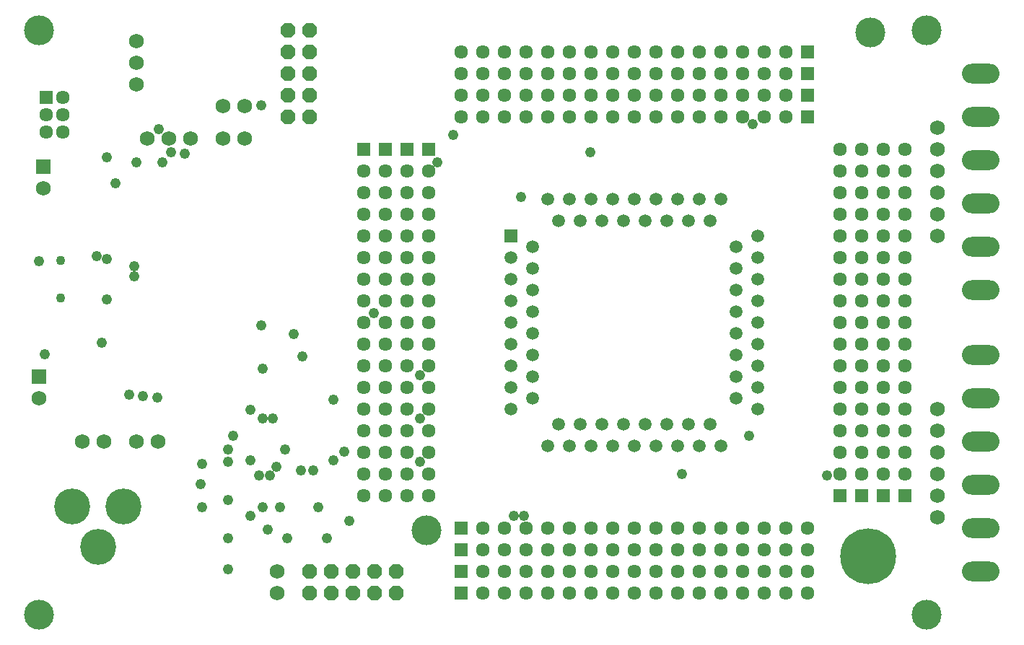
<source format=gbs>
G75*
G70*
%OFA0B0*%
%FSLAX24Y24*%
%IPPOS*%
%LPD*%
%AMOC8*
5,1,8,0,0,1.08239X$1,22.5*
%
%ADD10C,0.1380*%
%ADD11C,0.2580*%
%ADD12R,0.0595X0.0595*%
%ADD13C,0.0595*%
%ADD14R,0.0634X0.0634*%
%ADD15C,0.0634*%
%ADD16C,0.0434*%
%ADD17C,0.1660*%
%ADD18C,0.0680*%
%ADD19O,0.1730X0.0905*%
%ADD20R,0.0680X0.0680*%
%ADD21OC8,0.0680*%
%ADD22C,0.0480*%
D10*
X002514Y001833D03*
X020414Y005733D03*
X043514Y001833D03*
X043514Y028833D03*
X040914Y028733D03*
X002514Y028833D03*
D11*
X040814Y004533D03*
D12*
X024314Y019333D03*
D13*
X025314Y018833D03*
X024314Y018333D03*
X025314Y017833D03*
X024314Y017333D03*
X025314Y016833D03*
X024314Y016333D03*
X025314Y015833D03*
X024314Y015333D03*
X025314Y014833D03*
X024314Y014333D03*
X025314Y013833D03*
X024314Y013333D03*
X025314Y012833D03*
X024314Y012333D03*
X025314Y011833D03*
X024314Y011333D03*
X026514Y010633D03*
X027514Y010633D03*
X028514Y010633D03*
X029514Y010633D03*
X030514Y010633D03*
X031514Y010633D03*
X032514Y010633D03*
X033514Y010633D03*
X033014Y009633D03*
X032014Y009633D03*
X031014Y009633D03*
X030014Y009633D03*
X029014Y009633D03*
X028014Y009633D03*
X027014Y009633D03*
X026014Y009633D03*
X034014Y009633D03*
X035714Y011333D03*
X034714Y011833D03*
X035714Y012333D03*
X034714Y012833D03*
X035714Y013333D03*
X034714Y013833D03*
X035714Y014333D03*
X034714Y014833D03*
X035714Y015333D03*
X034714Y015833D03*
X035714Y016333D03*
X034714Y016833D03*
X035714Y017333D03*
X034714Y017833D03*
X035714Y018333D03*
X034714Y018833D03*
X035714Y019333D03*
X033514Y020033D03*
X032514Y020033D03*
X031514Y020033D03*
X030514Y020033D03*
X029514Y020033D03*
X028514Y020033D03*
X027514Y020033D03*
X026514Y020033D03*
X026014Y021033D03*
X027014Y021033D03*
X028014Y021033D03*
X029014Y021033D03*
X030014Y021033D03*
X031014Y021033D03*
X032014Y021033D03*
X033014Y021033D03*
X034014Y021033D03*
D14*
X038014Y024833D03*
X038014Y025833D03*
X038014Y026833D03*
X038014Y027833D03*
X020514Y023333D03*
X019514Y023333D03*
X018514Y023333D03*
X017514Y023333D03*
X002820Y025720D03*
X022014Y005833D03*
X022014Y004833D03*
X022014Y003833D03*
X022014Y002833D03*
X039514Y007333D03*
X040514Y007333D03*
X041514Y007333D03*
X042514Y007333D03*
D15*
X042514Y008333D03*
X041514Y008333D03*
X040514Y008333D03*
X039514Y008333D03*
X039514Y009333D03*
X040514Y009333D03*
X041514Y009333D03*
X042514Y009333D03*
X042514Y010333D03*
X041514Y010333D03*
X040514Y010333D03*
X039514Y010333D03*
X039514Y011333D03*
X040514Y011333D03*
X041514Y011333D03*
X042514Y011333D03*
X042514Y012333D03*
X041514Y012333D03*
X040514Y012333D03*
X039514Y012333D03*
X039514Y013333D03*
X040514Y013333D03*
X041514Y013333D03*
X042514Y013333D03*
X042514Y014333D03*
X041514Y014333D03*
X040514Y014333D03*
X039514Y014333D03*
X039514Y015333D03*
X040514Y015333D03*
X041514Y015333D03*
X042514Y015333D03*
X042514Y016333D03*
X041514Y016333D03*
X040514Y016333D03*
X039514Y016333D03*
X039514Y017333D03*
X040514Y017333D03*
X041514Y017333D03*
X042514Y017333D03*
X042514Y018333D03*
X041514Y018333D03*
X040514Y018333D03*
X039514Y018333D03*
X039514Y019333D03*
X040514Y019333D03*
X041514Y019333D03*
X042514Y019333D03*
X042514Y020333D03*
X041514Y020333D03*
X040514Y020333D03*
X039514Y020333D03*
X039514Y021333D03*
X040514Y021333D03*
X041514Y021333D03*
X042514Y021333D03*
X042514Y022333D03*
X041514Y022333D03*
X040514Y022333D03*
X039514Y022333D03*
X039514Y023333D03*
X040514Y023333D03*
X041514Y023333D03*
X042514Y023333D03*
X037014Y024833D03*
X036014Y024833D03*
X035014Y024833D03*
X034014Y024833D03*
X033014Y024833D03*
X032014Y024833D03*
X031014Y024833D03*
X030014Y024833D03*
X029014Y024833D03*
X028014Y024833D03*
X027014Y024833D03*
X026014Y024833D03*
X025014Y024833D03*
X024014Y024833D03*
X023014Y024833D03*
X022014Y024833D03*
X022014Y025833D03*
X023014Y025833D03*
X024014Y025833D03*
X025014Y025833D03*
X026014Y025833D03*
X027014Y025833D03*
X028014Y025833D03*
X029014Y025833D03*
X030014Y025833D03*
X031014Y025833D03*
X032014Y025833D03*
X033014Y025833D03*
X034014Y025833D03*
X035014Y025833D03*
X036014Y025833D03*
X037014Y025833D03*
X037014Y026833D03*
X036014Y026833D03*
X035014Y026833D03*
X034014Y026833D03*
X033014Y026833D03*
X032014Y026833D03*
X031014Y026833D03*
X030014Y026833D03*
X029014Y026833D03*
X028014Y026833D03*
X027014Y026833D03*
X026014Y026833D03*
X025014Y026833D03*
X024014Y026833D03*
X023014Y026833D03*
X022014Y026833D03*
X022014Y027833D03*
X023014Y027833D03*
X024014Y027833D03*
X025014Y027833D03*
X026014Y027833D03*
X027014Y027833D03*
X028014Y027833D03*
X029014Y027833D03*
X030014Y027833D03*
X031014Y027833D03*
X032014Y027833D03*
X033014Y027833D03*
X034014Y027833D03*
X035014Y027833D03*
X036014Y027833D03*
X037014Y027833D03*
X020514Y022333D03*
X019514Y022333D03*
X018514Y022333D03*
X017514Y022333D03*
X017514Y021333D03*
X018514Y021333D03*
X019514Y021333D03*
X020514Y021333D03*
X020514Y020333D03*
X019514Y020333D03*
X018514Y020333D03*
X017514Y020333D03*
X017514Y019333D03*
X018514Y019333D03*
X019514Y019333D03*
X020514Y019333D03*
X020514Y018333D03*
X019514Y018333D03*
X018514Y018333D03*
X017514Y018333D03*
X017514Y017333D03*
X018514Y017333D03*
X019514Y017333D03*
X020514Y017333D03*
X020514Y016333D03*
X019514Y016333D03*
X018514Y016333D03*
X017514Y016333D03*
X017514Y015333D03*
X018514Y015333D03*
X019514Y015333D03*
X020514Y015333D03*
X020514Y014333D03*
X019514Y014333D03*
X018514Y014333D03*
X017514Y014333D03*
X017514Y013333D03*
X018514Y013333D03*
X019514Y013333D03*
X020514Y013333D03*
X020514Y012333D03*
X019514Y012333D03*
X018514Y012333D03*
X017514Y012333D03*
X017514Y011333D03*
X018514Y011333D03*
X019514Y011333D03*
X020514Y011333D03*
X020514Y010333D03*
X019514Y010333D03*
X018514Y010333D03*
X017514Y010333D03*
X017514Y009333D03*
X018514Y009333D03*
X019514Y009333D03*
X020514Y009333D03*
X020514Y008333D03*
X019514Y008333D03*
X018514Y008333D03*
X017514Y008333D03*
X017514Y007333D03*
X018514Y007333D03*
X019514Y007333D03*
X020514Y007333D03*
X023014Y005833D03*
X024014Y005833D03*
X025014Y005833D03*
X026014Y005833D03*
X027014Y005833D03*
X028014Y005833D03*
X029014Y005833D03*
X030014Y005833D03*
X031014Y005833D03*
X032014Y005833D03*
X033014Y005833D03*
X034014Y005833D03*
X035014Y005833D03*
X036014Y005833D03*
X037014Y005833D03*
X038014Y005833D03*
X038014Y004833D03*
X037014Y004833D03*
X036014Y004833D03*
X035014Y004833D03*
X034014Y004833D03*
X033014Y004833D03*
X032014Y004833D03*
X031014Y004833D03*
X030014Y004833D03*
X029014Y004833D03*
X028014Y004833D03*
X027014Y004833D03*
X026014Y004833D03*
X025014Y004833D03*
X024014Y004833D03*
X023014Y004833D03*
X023014Y003833D03*
X024014Y003833D03*
X025014Y003833D03*
X026014Y003833D03*
X027014Y003833D03*
X028014Y003833D03*
X029014Y003833D03*
X030014Y003833D03*
X031014Y003833D03*
X032014Y003833D03*
X033014Y003833D03*
X034014Y003833D03*
X035014Y003833D03*
X036014Y003833D03*
X037014Y003833D03*
X038014Y003833D03*
X038014Y002833D03*
X037014Y002833D03*
X036014Y002833D03*
X035014Y002833D03*
X034014Y002833D03*
X033014Y002833D03*
X032014Y002833D03*
X031014Y002833D03*
X030014Y002833D03*
X029014Y002833D03*
X028014Y002833D03*
X027014Y002833D03*
X026014Y002833D03*
X025014Y002833D03*
X024014Y002833D03*
X023014Y002833D03*
X003608Y024145D03*
X002820Y024145D03*
X002820Y024933D03*
X003608Y024933D03*
X003608Y025720D03*
D16*
X003514Y018199D03*
X003514Y016466D03*
D17*
X004046Y006833D03*
X006408Y006833D03*
X005227Y004982D03*
D18*
X005514Y009833D03*
X004514Y009833D03*
X007014Y009833D03*
X008014Y009833D03*
X002514Y011833D03*
X013514Y003833D03*
X013514Y002833D03*
X002714Y021533D03*
X007514Y023833D03*
X008514Y023833D03*
X009514Y023833D03*
X011014Y023833D03*
X012014Y023833D03*
X012014Y025333D03*
X011014Y025333D03*
X007014Y026333D03*
X007014Y027333D03*
X007014Y028333D03*
X044014Y024333D03*
X044014Y023333D03*
X044014Y022333D03*
X044014Y021333D03*
X044014Y020333D03*
X044014Y019333D03*
X044014Y011333D03*
X044014Y010333D03*
X044014Y009333D03*
X044014Y008333D03*
X044014Y007333D03*
X044014Y006333D03*
D19*
X046014Y005833D03*
X046014Y007833D03*
X046014Y009833D03*
X046014Y011833D03*
X046014Y013833D03*
X046014Y016833D03*
X046014Y018833D03*
X046014Y020833D03*
X046014Y022833D03*
X046014Y024833D03*
X046014Y026833D03*
X046014Y003833D03*
D20*
X002714Y022533D03*
X002514Y012833D03*
D21*
X015014Y003833D03*
X016014Y003833D03*
X017014Y003833D03*
X018014Y003833D03*
X019014Y003833D03*
X019014Y002833D03*
X018014Y002833D03*
X017014Y002833D03*
X016014Y002833D03*
X015014Y002833D03*
X015014Y024833D03*
X014014Y024833D03*
X014014Y025833D03*
X015014Y025833D03*
X015014Y026833D03*
X014014Y026833D03*
X014014Y027833D03*
X015014Y027833D03*
X015014Y028833D03*
X014014Y028833D03*
D22*
X012754Y025373D03*
X009234Y023133D03*
X008594Y023213D03*
X008194Y022733D03*
X006994Y022733D03*
X005634Y022973D03*
X006034Y021773D03*
X008034Y024253D03*
X005634Y018253D03*
X005154Y018413D03*
X006914Y017933D03*
X006914Y017453D03*
X005634Y016413D03*
X005394Y014413D03*
X002754Y013853D03*
X006674Y012013D03*
X007314Y011933D03*
X007954Y011853D03*
X011474Y010093D03*
X011234Y009453D03*
X011234Y008893D03*
X012274Y008973D03*
X012674Y008253D03*
X013154Y008253D03*
X013474Y008653D03*
X014594Y008493D03*
X015154Y008493D03*
X016114Y008973D03*
X016594Y009373D03*
X013874Y009453D03*
X013314Y010893D03*
X012834Y010893D03*
X012274Y011293D03*
X012834Y013213D03*
X014674Y013773D03*
X014274Y014813D03*
X012754Y015213D03*
X017954Y015773D03*
X020114Y012893D03*
X020114Y010893D03*
X020114Y008893D03*
X016834Y006173D03*
X015794Y005373D03*
X015394Y006813D03*
X013634Y006813D03*
X012834Y006813D03*
X012274Y006413D03*
X013074Y005773D03*
X013954Y005373D03*
X011234Y005373D03*
X010034Y006813D03*
X011234Y007133D03*
X009954Y007853D03*
X010034Y008813D03*
X016094Y011773D03*
X024434Y006413D03*
X024914Y006413D03*
X032194Y008333D03*
X035314Y010093D03*
X038914Y008253D03*
X024754Y021133D03*
X027954Y023213D03*
X021634Y024013D03*
X020914Y022733D03*
X035474Y024493D03*
X011234Y003933D03*
X002514Y018173D03*
M02*

</source>
